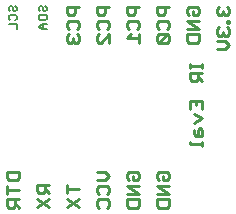
<source format=gbr>
G04 EAGLE Gerber RS-274X export*
G75*
%MOMM*%
%FSLAX34Y34*%
%LPD*%
%INSilkscreen Bottom*%
%IPPOS*%
%AMOC8*
5,1,8,0,0,1.08239X$1,22.5*%
G01*
%ADD10C,0.228600*%
%ADD11C,0.152400*%


D10*
X144907Y199517D02*
X134484Y199517D01*
X134484Y194306D01*
X136221Y192568D01*
X139696Y192568D01*
X141433Y194306D01*
X141433Y199517D01*
X134484Y182612D02*
X136221Y180874D01*
X134484Y182612D02*
X134484Y186086D01*
X136221Y187823D01*
X143170Y187823D01*
X144907Y186086D01*
X144907Y182612D01*
X143170Y180874D01*
X143170Y176129D02*
X136221Y176129D01*
X134484Y174392D01*
X134484Y170918D01*
X136221Y169180D01*
X143170Y169180D01*
X144907Y170918D01*
X144907Y174392D01*
X143170Y176129D01*
X136221Y169180D01*
X119507Y199517D02*
X109084Y199517D01*
X109084Y194306D01*
X110821Y192568D01*
X114296Y192568D01*
X116033Y194306D01*
X116033Y199517D01*
X109084Y182612D02*
X110821Y180874D01*
X109084Y182612D02*
X109084Y186086D01*
X110821Y187823D01*
X117770Y187823D01*
X119507Y186086D01*
X119507Y182612D01*
X117770Y180874D01*
X112558Y176129D02*
X109084Y172655D01*
X119507Y172655D01*
X119507Y176129D02*
X119507Y169180D01*
X68707Y199517D02*
X58284Y199517D01*
X58284Y194306D01*
X60021Y192568D01*
X63496Y192568D01*
X65233Y194306D01*
X65233Y199517D01*
X58284Y182612D02*
X60021Y180874D01*
X58284Y182612D02*
X58284Y186086D01*
X60021Y187823D01*
X66970Y187823D01*
X68707Y186086D01*
X68707Y182612D01*
X66970Y180874D01*
X60021Y176129D02*
X58284Y174392D01*
X58284Y170918D01*
X60021Y169180D01*
X61758Y169180D01*
X63496Y170918D01*
X63496Y172655D01*
X63496Y170918D02*
X65233Y169180D01*
X66970Y169180D01*
X68707Y170918D01*
X68707Y174392D01*
X66970Y176129D01*
D11*
X35640Y195492D02*
X34538Y196593D01*
X34538Y198796D01*
X35640Y199898D01*
X36742Y199898D01*
X37843Y198796D01*
X37843Y196593D01*
X38945Y195492D01*
X40046Y195492D01*
X41148Y196593D01*
X41148Y198796D01*
X40046Y199898D01*
X41148Y192414D02*
X34538Y192414D01*
X41148Y192414D02*
X41148Y189109D01*
X40046Y188007D01*
X35640Y188007D01*
X34538Y189109D01*
X34538Y192414D01*
X36742Y184930D02*
X41148Y184930D01*
X36742Y184930D02*
X34538Y182727D01*
X36742Y180523D01*
X41148Y180523D01*
X37843Y180523D02*
X37843Y184930D01*
X10240Y195492D02*
X9138Y196593D01*
X9138Y198796D01*
X10240Y199898D01*
X11342Y199898D01*
X12443Y198796D01*
X12443Y196593D01*
X13545Y195492D01*
X14646Y195492D01*
X15748Y196593D01*
X15748Y198796D01*
X14646Y199898D01*
X9138Y189109D02*
X10240Y188007D01*
X9138Y189109D02*
X9138Y191312D01*
X10240Y192414D01*
X14646Y192414D01*
X15748Y191312D01*
X15748Y189109D01*
X14646Y188007D01*
X15748Y184930D02*
X9138Y184930D01*
X15748Y184930D02*
X15748Y180523D01*
D10*
X83684Y199517D02*
X94107Y199517D01*
X83684Y199517D02*
X83684Y194306D01*
X85421Y192568D01*
X88896Y192568D01*
X90633Y194306D01*
X90633Y199517D01*
X83684Y182612D02*
X85421Y180874D01*
X83684Y182612D02*
X83684Y186086D01*
X85421Y187823D01*
X92370Y187823D01*
X94107Y186086D01*
X94107Y182612D01*
X92370Y180874D01*
X94107Y176129D02*
X94107Y169180D01*
X94107Y176129D02*
X87158Y169180D01*
X85421Y169180D01*
X83684Y170918D01*
X83684Y174392D01*
X85421Y176129D01*
X109084Y54606D02*
X110821Y52868D01*
X109084Y54606D02*
X109084Y58080D01*
X110821Y59817D01*
X117770Y59817D01*
X119507Y58080D01*
X119507Y54606D01*
X117770Y52868D01*
X114296Y52868D01*
X114296Y56343D01*
X119507Y48123D02*
X109084Y48123D01*
X119507Y41174D01*
X109084Y41174D01*
X109084Y36429D02*
X119507Y36429D01*
X119507Y31218D01*
X117770Y29480D01*
X110821Y29480D01*
X109084Y31218D01*
X109084Y36429D01*
X90633Y59817D02*
X83684Y59817D01*
X90633Y59817D02*
X94107Y56343D01*
X90633Y52868D01*
X83684Y52868D01*
X83684Y42912D02*
X85421Y41174D01*
X83684Y42912D02*
X83684Y46386D01*
X85421Y48123D01*
X92370Y48123D01*
X94107Y46386D01*
X94107Y42912D01*
X92370Y41174D01*
X83684Y31218D02*
X85421Y29480D01*
X83684Y31218D02*
X83684Y34692D01*
X85421Y36429D01*
X92370Y36429D01*
X94107Y34692D01*
X94107Y31218D01*
X92370Y29480D01*
X68707Y44913D02*
X58284Y44913D01*
X58284Y48387D02*
X58284Y41438D01*
X58284Y36693D02*
X68707Y29744D01*
X68707Y36693D02*
X58284Y29744D01*
X43307Y48387D02*
X32884Y48387D01*
X32884Y43176D01*
X34621Y41438D01*
X38096Y41438D01*
X39833Y43176D01*
X39833Y48387D01*
X39833Y44913D02*
X43307Y41438D01*
X32884Y36693D02*
X43307Y29744D01*
X43307Y36693D02*
X32884Y29744D01*
X17907Y59817D02*
X7484Y59817D01*
X17907Y59817D02*
X17907Y54606D01*
X16170Y52868D01*
X9221Y52868D01*
X7484Y54606D01*
X7484Y59817D01*
X7484Y44649D02*
X17907Y44649D01*
X7484Y48123D02*
X7484Y41174D01*
X7484Y36429D02*
X17907Y36429D01*
X7484Y36429D02*
X7484Y31218D01*
X9221Y29480D01*
X12696Y29480D01*
X14433Y31218D01*
X14433Y36429D01*
X14433Y32955D02*
X17907Y29480D01*
X134484Y54606D02*
X136221Y52868D01*
X134484Y54606D02*
X134484Y58080D01*
X136221Y59817D01*
X143170Y59817D01*
X144907Y58080D01*
X144907Y54606D01*
X143170Y52868D01*
X139696Y52868D01*
X139696Y56343D01*
X144907Y48123D02*
X134484Y48123D01*
X144907Y41174D01*
X134484Y41174D01*
X134484Y36429D02*
X144907Y36429D01*
X144907Y31218D01*
X143170Y29480D01*
X136221Y29480D01*
X134484Y31218D01*
X134484Y36429D01*
X185284Y197780D02*
X187021Y199517D01*
X185284Y197780D02*
X185284Y194306D01*
X187021Y192568D01*
X188758Y192568D01*
X190496Y194306D01*
X190496Y196043D01*
X190496Y194306D02*
X192233Y192568D01*
X193970Y192568D01*
X195707Y194306D01*
X195707Y197780D01*
X193970Y199517D01*
X193970Y187823D02*
X195707Y187823D01*
X193970Y187823D02*
X193970Y186086D01*
X195707Y186086D01*
X195707Y187823D01*
X187021Y181976D02*
X185284Y180239D01*
X185284Y176765D01*
X187021Y175027D01*
X188758Y175027D01*
X190496Y176765D01*
X190496Y178502D01*
X190496Y176765D02*
X192233Y175027D01*
X193970Y175027D01*
X195707Y176765D01*
X195707Y180239D01*
X193970Y181976D01*
X192233Y170282D02*
X185284Y170282D01*
X192233Y170282D02*
X195707Y166808D01*
X192233Y163334D01*
X185284Y163334D01*
X161621Y192568D02*
X159884Y194306D01*
X159884Y197780D01*
X161621Y199517D01*
X168570Y199517D01*
X170307Y197780D01*
X170307Y194306D01*
X168570Y192568D01*
X165096Y192568D01*
X165096Y196043D01*
X170307Y187823D02*
X159884Y187823D01*
X170307Y180874D01*
X159884Y180874D01*
X159884Y176129D02*
X170307Y176129D01*
X170307Y170918D01*
X168570Y169180D01*
X161621Y169180D01*
X159884Y170918D01*
X159884Y176129D01*
X172847Y151257D02*
X172847Y147783D01*
X172847Y149520D02*
X162424Y149520D01*
X162424Y151257D02*
X162424Y147783D01*
X162424Y143461D02*
X172847Y143461D01*
X162424Y143461D02*
X162424Y138250D01*
X164161Y136512D01*
X167636Y136512D01*
X169373Y138250D01*
X169373Y143461D01*
X169373Y139987D02*
X172847Y136512D01*
X162424Y120073D02*
X162424Y113125D01*
X162424Y120073D02*
X172847Y120073D01*
X172847Y113125D01*
X167636Y116599D02*
X167636Y120073D01*
X165898Y108379D02*
X172847Y104905D01*
X165898Y101431D01*
X165898Y94948D02*
X165898Y91474D01*
X167636Y89737D01*
X172847Y89737D01*
X172847Y94948D01*
X171110Y96685D01*
X169373Y94948D01*
X169373Y89737D01*
X162424Y84991D02*
X162424Y83254D01*
X172847Y83254D01*
X172847Y84991D02*
X172847Y81517D01*
M02*

</source>
